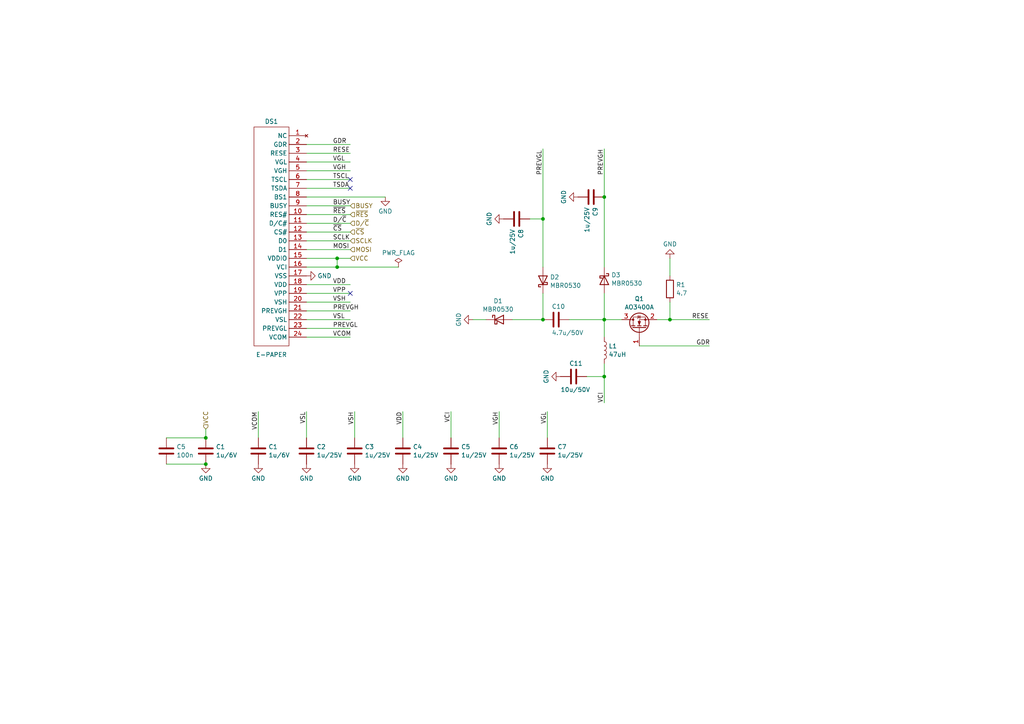
<source format=kicad_sch>
(kicad_sch (version 20230121) (generator eeschema)
  (paper "A4")
  (lib_symbols
    (symbol "Device:C" (pin_numbers hide) (pin_names (offset 0.254))
      (property "Reference" "C" (at 0.635 2.54 0))
      (property "Value" "C" (at 0.635 -2.54 0))
      (symbol "C_0_1"
        (polyline (pts (xy -2.032 -0.762) (xy 2.032 -0.762)) (stroke (width 0.508)))
        (polyline (pts (xy -2.032 0.762) (xy 2.032 0.762)) (stroke (width 0.508)))
      )
      (symbol "C_1_1"
        (pin passive line (at 0 3.81 270) (length 2.794) (name "~") (number "1"))
        (pin passive line (at 0 -3.81 90) (length 2.794) (name "~") (number "2"))
      )
    )
    (symbol "Device:L" (pin_numbers hide) (pin_names (offset 1.016) hide)
      (property "Reference" "L" (at -1.27 0 90))
      (property "Value" "L" (at 1.905 0 90))
      (symbol "L_0_1"
        (arc (start 0 -2.54) (mid 0.6323 -1.905) (end 0 -1.27))
        (arc (start 0 -1.27) (mid 0.6323 -0.635) (end 0 0))
        (arc (start 0 0) (mid 0.6323 0.635) (end 0 1.27))
        (arc (start 0 1.27) (mid 0.6323 1.905) (end 0 2.54))
      )
      (symbol "L_1_1"
        (pin passive line (at 0 3.81 270) (length 1.27) (name "1") (number "1"))
        (pin passive line (at 0 -3.81 90) (length 1.27) (name "2") (number "2"))
      )
    )
    (symbol "Device:R" (pin_numbers hide) (pin_names (offset 0))
      (property "Reference" "R" (at 2.032 0 90))
      (property "Value" "R" (at 0 0 90))
      (symbol "R_0_1"
        (rectangle (start -1.016 -2.54) (end 1.016 2.54) (stroke (width 0.254)))
      )
      (symbol "R_1_1"
        (pin passive line (at 0 3.81 270) (length 1.27) (name "~") (number "1"))
        (pin passive line (at 0 -3.81 90) (length 1.27) (name "~") (number "2"))
      )
    )
    (symbol "Diode:MBR0530" (pin_numbers hide) (pin_names (offset 1.016) hide)
      (property "Reference" "D" (at 0 2.54 0))
      (property "Value" "MBR0530" (at 0 -2.54 0))
      (symbol "MBR0530_0_1"
        (polyline (pts (xy 1.27 0) (xy -1.27 0)))
        (polyline (pts (xy 1.27 1.27) (xy 1.27 -1.27) (xy -1.27 0) (xy 1.27 1.27)) (stroke (width 0.254)))
        (polyline (pts (xy -1.905 0.635) (xy -1.905 1.27) (xy -1.27 1.27) (xy -1.27 -1.27) (xy -0.635 -1.27) (xy -0.635 -0.635)) (stroke (width 0.254)))
      )
      (symbol "MBR0530_1_1"
        (pin passive line (at -3.81 0 0) (length 2.54) (name "K") (number "1"))
        (pin passive line (at 3.81 0 180) (length 2.54) (name "A") (number "2"))
      )
    )
    (symbol "Transistor_FET:AO3400A" (pin_names hide)
      (property "Reference" "Q" (at 5.08 1.905 0))
      (property "Value" "AO3400A" (at 5.08 0 0))
      (symbol "AO3400A_0_1"
        (polyline (pts (xy 0.254 0) (xy -2.54 0)))
        (polyline (pts (xy 0.254 1.905) (xy 0.254 -1.905)) (stroke (width 0.254)))
        (polyline (pts (xy 0.762 -1.27) (xy 0.762 -2.286)) (stroke (width 0.254)))
        (polyline (pts (xy 0.762 0.508) (xy 0.762 -0.508)) (stroke (width 0.254)))
        (polyline (pts (xy 0.762 2.286) (xy 0.762 1.27)) (stroke (width 0.254)))
        (polyline (pts (xy 2.54 2.54) (xy 2.54 1.778)))
        (polyline (pts (xy 2.54 -2.54) (xy 2.54 0) (xy 0.762 0)))
        (polyline (pts (xy 0.762 -1.778) (xy 3.302 -1.778) (xy 3.302 1.778) (xy 0.762 1.778)))
        (polyline (pts (xy 1.016 0) (xy 2.032 0.381) (xy 2.032 -0.381) (xy 1.016 0)) (fill (type outline)))
        (polyline (pts (xy 2.794 0.508) (xy 2.921 0.381) (xy 3.683 0.381) (xy 3.81 0.254)))
        (polyline (pts (xy 3.302 0.381) (xy 2.921 -0.254) (xy 3.683 -0.254) (xy 3.302 0.381)))
        (circle (center 1.651 0) (radius 2.794) (stroke (width 0.254)))
        (circle (center 2.54 -1.778) (radius 0.254) (fill (type outline)))
        (circle (center 2.54 1.778) (radius 0.254) (fill (type outline)))
      )
      (symbol "AO3400A_1_1"
        (pin input line (at -5.08 0 0) (length 2.54) (name "G") (number "1"))
        (pin passive line (at 2.54 -5.08 90) (length 2.54) (name "S") (number "2"))
        (pin passive line (at 2.54 5.08 270) (length 2.54) (name "D") (number "3"))
      )
    )
    (symbol "local:THINGWELL-HINK-E029A01"
      (property "Reference" "DS" (at 0 0 0))
      (symbol "THINGWELL-HINK-E029A01_0_1"
        (rectangle (start -5.08 66.04) (end 5.08 2.54))
      )
      (symbol "THINGWELL-HINK-E029A01_1_0"
        (pin input line (at 10.16 40.64 180) (length 5.08) (name "RES#") (number "10"))
        (pin input line (at 10.16 38.1 180) (length 5.08) (name "D/C#") (number "11"))
        (pin input line (at 10.16 35.56 180) (length 5.08) (name "CS#") (number "12"))
        (pin bidirectional line (at 10.16 33.02 180) (length 5.08) (name "D0") (number "13"))
        (pin bidirectional line (at 10.16 30.48 180) (length 5.08) (name "D1") (number "14"))
        (pin power_in line (at 10.16 27.94 180) (length 5.08) (name "VDDIO") (number "15"))
        (pin power_in line (at 10.16 25.4 180) (length 5.08) (name "VCI") (number "16"))
        (pin power_in line (at 10.16 22.86 180) (length 5.08) (name "VSS") (number "17"))
        (pin input line (at 10.16 20.32 180) (length 5.08) (name "VDD") (number "18"))
        (pin power_in line (at 10.16 17.78 180) (length 5.08) (name "VPP") (number "19"))
        (pin passive line (at 10.16 15.24 180) (length 5.08) (name "VSH") (number "20"))
        (pin passive line (at 10.16 12.7 180) (length 5.08) (name "PREVGH") (number "21"))
        (pin passive line (at 10.16 10.16 180) (length 5.08) (name "VSL") (number "22"))
        (pin passive line (at 10.16 7.62 180) (length 5.08) (name "PREVGL") (number "23"))
        (pin passive line (at 10.16 5.08 180) (length 5.08) (name "VCOM") (number "24"))
        (pin input line (at 10.16 50.8 180) (length 5.08) (name "TSCL") (number "6"))
        (pin bidirectional line (at 10.16 48.26 180) (length 5.08) (name "TSDA") (number "7"))
        (pin input line (at 10.16 45.72 180) (length 5.08) (name "BS1") (number "8"))
        (pin output line (at 10.16 43.18 180) (length 5.08) (name "BUSY") (number "9"))
      )
      (symbol "THINGWELL-HINK-E029A01_1_1"
        (pin no_connect line (at 10.16 63.5 180) (length 5.08) (name "NC") (number "1"))
        (pin output line (at 10.16 60.96 180) (length 5.08) (name "GDR") (number "2"))
        (pin output line (at 10.16 58.42 180) (length 5.08) (name "RESE") (number "3"))
        (pin passive line (at 10.16 55.88 180) (length 5.08) (name "VGL") (number "4"))
        (pin passive line (at 10.16 53.34 180) (length 5.08) (name "VGH") (number "5"))
      )
    )
    (symbol "power:GND" (power) (pin_names (offset 0))
      (property "Value" "GND" (at 0 -3.81 0))
      (symbol "GND_0_1"
        (polyline (pts (xy 0 0) (xy 0 -1.27) (xy 1.27 -1.27) (xy 0 -2.54) (xy -1.27 -1.27) (xy 0 -1.27)))
      )
      (symbol "GND_1_1"
        (pin power_in line (at 0 0 270) (length 0) hide (name "GND") (number "1"))
      )
    )
    (symbol "power:PWR_FLAG" (power) (pin_numbers hide) (pin_names (offset 0) hide)
      (property "Value" "PWR_FLAG" (at 0 3.81 0))
      (symbol "PWR_FLAG_0_0"
        (pin power_out line (at 0 0 90) (length 0) (name "pwr") (number "1"))
      )
      (symbol "PWR_FLAG_0_1"
        (polyline (pts (xy 0 0) (xy 0 1.27) (xy -1.016 1.905) (xy 0 2.54) (xy 1.016 1.905) (xy 0 1.27)))
      )
    )
  )
  (junction (at 194.31 92.71))
  (junction (at 175.26 57.15))
  (junction (at 97.79 77.47))
  (junction (at 97.79 74.93))
  (junction (at 157.48 63.5))
  (junction (at 59.69 134.62))
  (junction (at 175.26 109.22))
  (junction (at 59.69 127))
  (junction (at 157.48 92.71))
  (junction (at 175.26 92.71))
  (no_connect (at 101.6 85.09))
  (no_connect (at 101.6 52.07))
  (no_connect (at 101.6 54.61))
  (wire (pts (xy 157.48 92.71) (xy 157.48 85.09)))
  (wire (pts (xy 97.79 74.93) (xy 97.79 77.47)))
  (wire (pts (xy 175.26 92.71) (xy 180.34 92.71)))
  (wire (pts (xy 190.5 92.71) (xy 194.31 92.71)))
  (wire (pts (xy 74.93 119.38) (xy 74.93 127)))
  (wire (pts (xy 130.81 119.38) (xy 130.81 127)))
  (wire (pts (xy 88.9 44.45) (xy 101.6 44.45)))
  (wire (pts (xy 88.9 69.85) (xy 101.6 69.85)))
  (wire (pts (xy 88.9 59.69) (xy 101.6 59.69)))
  (wire (pts (xy 165.1 92.71) (xy 175.26 92.71)))
  (wire (pts (xy 175.26 57.15) (xy 175.26 77.47)))
  (wire (pts (xy 194.31 92.71) (xy 205.74 92.71)))
  (wire (pts (xy 194.31 87.63) (xy 194.31 92.71)))
  (wire (pts (xy 88.9 67.31) (xy 101.6 67.31)))
  (wire (pts (xy 97.79 74.93) (xy 101.6 74.93)))
  (wire (pts (xy 194.31 74.93) (xy 194.31 80.01)))
  (wire (pts (xy 59.69 124.46) (xy 59.69 127)))
  (wire (pts (xy 185.42 100.33) (xy 205.74 100.33)))
  (wire (pts (xy 137.16 92.71) (xy 140.97 92.71)))
  (wire (pts (xy 148.59 92.71) (xy 157.48 92.71)))
  (wire (pts (xy 88.9 64.77) (xy 101.6 64.77)))
  (wire (pts (xy 116.84 119.38) (xy 116.84 127)))
  (wire (pts (xy 88.9 82.55) (xy 101.6 82.55)))
  (wire (pts (xy 153.67 63.5) (xy 157.48 63.5)))
  (wire (pts (xy 48.26 127) (xy 59.69 127)))
  (wire (pts (xy 88.9 97.79) (xy 101.6 97.79)))
  (wire (pts (xy 88.9 49.53) (xy 101.6 49.53)))
  (wire (pts (xy 88.9 72.39) (xy 101.6 72.39)))
  (wire (pts (xy 144.78 119.38) (xy 144.78 127)))
  (wire (pts (xy 48.26 134.62) (xy 59.69 134.62)))
  (wire (pts (xy 88.9 87.63) (xy 101.6 87.63)))
  (wire (pts (xy 88.9 52.07) (xy 101.6 52.07)))
  (wire (pts (xy 88.9 92.71) (xy 101.6 92.71)))
  (wire (pts (xy 88.9 54.61) (xy 101.6 54.61)))
  (wire (pts (xy 88.9 41.91) (xy 101.6 41.91)))
  (wire (pts (xy 88.9 95.25) (xy 101.6 95.25)))
  (wire (pts (xy 102.87 119.38) (xy 102.87 127)))
  (wire (pts (xy 97.79 77.47) (xy 115.57 77.47)))
  (wire (pts (xy 88.9 62.23) (xy 101.6 62.23)))
  (wire (pts (xy 88.9 119.38) (xy 88.9 127)))
  (wire (pts (xy 88.9 57.15) (xy 111.76 57.15)))
  (wire (pts (xy 88.9 85.09) (xy 101.6 85.09)))
  (wire (pts (xy 175.26 109.22) (xy 175.26 116.84)))
  (wire (pts (xy 158.75 119.38) (xy 158.75 127)))
  (wire (pts (xy 88.9 90.17) (xy 101.6 90.17)))
  (wire (pts (xy 88.9 74.93) (xy 97.79 74.93)))
  (wire (pts (xy 175.26 85.09) (xy 175.26 92.71)))
  (wire (pts (xy 157.48 43.18) (xy 157.48 63.5)))
  (wire (pts (xy 157.48 63.5) (xy 157.48 77.47)))
  (wire (pts (xy 175.26 43.18) (xy 175.26 57.15)))
  (wire (pts (xy 97.79 77.47) (xy 88.9 77.47)))
  (wire (pts (xy 175.26 105.41) (xy 175.26 109.22)))
  (wire (pts (xy 88.9 46.99) (xy 101.6 46.99)))
  (wire (pts (xy 175.26 92.71) (xy 175.26 97.79)))
  (wire (pts (xy 170.18 109.22) (xy 175.26 109.22)))
  (label "VCOM" (at 96.52 97.79 0))
  (label "~{CS}" (at 96.52 67.31 0))
  (label "VCI" (at 130.81 119.38 270))
  (label "VSH" (at 96.52 87.63 0))
  (label "VCI" (at 175.26 116.84 90))
  (label "VGH" (at 96.52 49.53 0))
  (label "PREVGL" (at 157.48 50.8 90))
  (label "RESE" (at 200.66 92.71 0))
  (label "VSL" (at 96.52 92.71 0))
  (label "TSDA" (at 96.52 54.61 0))
  (label "PREVGH" (at 96.52 90.17 0))
  (label "D{slash}~{C}" (at 96.52 64.77 0))
  (label "VSH" (at 102.87 119.38 270))
  (label "MOSI" (at 96.52 72.39 0))
  (label "VGL" (at 158.75 119.38 270))
  (label "GDR" (at 96.52 41.91 0))
  (label "PREVGL" (at 96.52 95.25 0))
  (label "RESE" (at 96.52 44.45 0))
  (label "VPP" (at 96.52 85.09 0))
  (label "PREVGH" (at 175.26 50.8 90))
  (label "VSL" (at 88.9 119.38 270))
  (label "TSCL" (at 96.52 52.07 0))
  (label "VCOM" (at 74.93 119.38 270))
  (label "VDD" (at 96.52 82.55 0))
  (label "VGL" (at 96.52 46.99 0))
  (label "VGH" (at 144.78 119.38 270))
  (label "BUSY" (at 96.52 59.69 0))
  (label "VDD" (at 116.84 119.38 270))
  (label "GDR" (at 201.93 100.33 0))
  (label "SCLK" (at 96.52 69.85 0))
  (label "~{RES}" (at 96.52 62.23 0))
  (hierarchical_label "~{CS}" (shape input) (at 101.6 67.31 0))
  (hierarchical_label "D{slash}~{C}" (shape input) (at 101.6 64.77 0))
  (hierarchical_label "VCC" (shape input) (at 101.6 74.93 0))
  (hierarchical_label "SCLK" (shape input) (at 101.6 69.85 0))
  (hierarchical_label "MOSI" (shape input) (at 101.6 72.39 0))
  (hierarchical_label "~{RES}" (shape input) (at 101.6 62.23 0))
  (hierarchical_label "VCC" (shape input) (at 59.69 124.46 90))
  (hierarchical_label "BUSY" (shape input) (at 101.6 59.69 0))
  (symbol (lib_id "Device:C") (at 48.26 130.81 0) (unit 1)
    (property "Reference" "C5" (at 51.181 129.5979 0) (effects (justify left)))
    (property "Value" "100n" (at 51.181 132.0221 0) (effects (justify left)))
    (property "Footprint" "Capacitor_SMD:C_0402_1005Metric" (effects hide))
    (instances (project "USB E-Ink thing" (path "" (reference "C5") (unit 1)) (path "" (reference "C25") (unit 1))))
  )
  (symbol (lib_id "Device:C") (at 161.29 92.71 270) (unit 1)
    (property "Reference" "C10" (at 160.02 88.9 90) (effects (justify left)))
    (property "Value" "4.7u/50V" (at 160.02 96.52 90) (effects (justify left)))
    (property "Footprint" "Capacitor_SMD:C_1206_3216Metric" (effects hide))
    (property "LCSC" "C29823" (effects hide))
    (instances (project "USB E-Ink thing" (path "" (reference "C10") (unit 1)) (path "" (reference "C21") (unit 1))))
  )
  (symbol (lib_id "power:GND") (at 102.87 134.62 0) (unit 1)
    (property "Reference" "#PWR04" (effects hide))
    (property "Value" "GND" (at 102.87 138.7531 0))
    (instances (project "USB E-Ink thing" (path "" (reference "#PWR04") (unit 1)) (path "" (reference "#PWR055") (unit 1))))
  )
  (symbol (lib_id "Diode:MBR0530") (at 157.48 81.28 90) (unit 1)
    (property "Reference" "D2" (at 159.512 80.3854 90) (effects (justify right)))
    (property "Value" "MBR0530" (at 159.512 82.8096 90) (effects (justify right)))
    (property "Footprint" "Diode_SMD:D_SOD-123" (effects hide))
    (property "Datasheet" "http://www.mccsemi.com/up_pdf/MBR0520~MBR0580(SOD123).pdf" (effects hide))
    (property "LCSC" "C475718" (effects hide))
    (instances (project "USB E-Ink thing" (path "" (reference "D2") (unit 1)) (path "" (reference "D11") (unit 1))))
  )
  (symbol (lib_id "Transistor_FET:AO3400A") (at 185.42 95.25 90) (unit 1)
    (property "Reference" "Q1" (at 185.42 86.6607 90))
    (property "Value" "AO3400A" (at 185.42 89.0849 90))
    (property "Footprint" "Package_TO_SOT_SMD:SOT-23" (effects hide))
    (property "Datasheet" "http://www.aosmd.com/pdfs/datasheet/AO3400A.pdf" (effects hide))
    (property "Sim.Device" "NMOS" (effects hide))
    (property "Sim.Type" "VDMOS" (effects hide))
    (property "Sim.Pins" "1=D 2=G 3=S" (effects hide))
    (property "LCSC" "C20917" (effects hide))
    (property "MFP" "AO3400A" (effects hide))
    (instances (project "USB E-Ink thing" (path "" (reference "Q1") (unit 1)) (path "" (reference "Q3") (unit 1))))
  )
  (symbol (lib_id "power:GND") (at 111.76 57.15 0) (unit 1)
    (property "Reference" "#PWR028" (effects hide))
    (property "Value" "GND" (at 111.76 61.2831 0))
    (instances (project "USB E-Ink thing" (path "" (reference "#PWR028") (unit 1)) (path "" (reference "#PWR056") (unit 1))))
  )
  (symbol (lib_id "Device:C") (at 102.87 130.81 0) (unit 1)
    (property "Reference" "C3" (at 105.791 129.5979 0) (effects (justify left)))
    (property "Value" "1u/25V" (at 105.791 132.0221 0) (effects (justify left)))
    (property "Footprint" "Capacitor_SMD:C_0402_1005Metric" (effects hide))
    (property "LCSC" "C52923" (effects hide))
    (instances (project "USB E-Ink thing" (path "" (reference "C3") (unit 1)) (path "" (reference "C15") (unit 1))))
  )
  (symbol (lib_id "Diode:MBR0530") (at 175.26 81.28 270) (unit 1)
    (property "Reference" "D3" (at 177.292 79.7504 90) (effects (justify left)))
    (property "Value" "MBR0530" (at 177.292 82.1746 90) (effects (justify left)))
    (property "Footprint" "Diode_SMD:D_SOD-123" (effects hide))
    (property "Datasheet" "http://www.mccsemi.com/up_pdf/MBR0520~MBR0580(SOD123).pdf" (effects hide))
    (property "LCSC" "C475718" (effects hide))
    (instances (project "USB E-Ink thing" (path "" (reference "D3") (unit 1)) (path "" (reference "D12") (unit 1))))
  )
  (symbol (lib_id "power:PWR_FLAG") (at 115.57 77.47 0) (unit 1)
    (property "Reference" "#FLG06" (effects hide))
    (property "Value" "PWR_FLAG" (at 115.57 73.3369 0))
  )
  (symbol (lib_id "Device:C") (at 166.37 109.22 270) (unit 1)
    (property "Reference" "C11" (at 165.1 105.41 90) (effects (justify left)))
    (property "Value" "10u/50V" (at 162.56 113.03 90) (effects (justify left)))
    (property "Footprint" "Capacitor_SMD:C_1206_3216Metric" (effects hide))
    (instances (project "USB E-Ink thing" (path "" (reference "C11") (unit 1)) (path "" (reference "C22") (unit 1))))
  )
  (symbol (lib_id "power:GND") (at 144.78 134.62 0) (unit 1)
    (property "Reference" "#PWR07" (effects hide))
    (property "Value" "GND" (at 144.78 138.7531 0))
    (instances (project "USB E-Ink thing" (path "" (reference "#PWR07") (unit 1)) (path "" (reference "#PWR060") (unit 1))))
  )
  (symbol (lib_id "Device:C") (at 144.78 130.81 0) (unit 1)
    (property "Reference" "C6" (at 147.701 129.5979 0) (effects (justify left)))
    (property "Value" "1u/25V" (at 147.701 132.0221 0) (effects (justify left)))
    (property "Footprint" "Capacitor_SMD:C_0402_1005Metric" (effects hide))
    (property "LCSC" "C52923" (effects hide))
    (instances (project "USB E-Ink thing" (path "" (reference "C6") (unit 1)) (path "" (reference "C18") (unit 1))))
  )
  (symbol (lib_id "Device:C") (at 149.86 63.5 270) (unit 1)
    (property "Reference" "C8" (at 151.0721 66.421 0) (effects (justify left)))
    (property "Value" "1u/25V" (at 148.6479 66.421 0) (effects (justify left)))
    (property "Footprint" "Capacitor_SMD:C_0402_1005Metric" (effects hide))
    (property "LCSC" "C52923" (effects hide))
    (instances (project "USB E-Ink thing" (path "" (reference "C8") (unit 1)) (path "" (reference "C19") (unit 1))))
  )
  (symbol (lib_id "power:GND") (at 116.84 134.62 0) (unit 1)
    (property "Reference" "#PWR05" (effects hide))
    (property "Value" "GND" (at 116.84 138.7531 0))
    (instances (project "USB E-Ink thing" (path "" (reference "#PWR05") (unit 1)) (path "" (reference "#PWR057") (unit 1))))
  )
  (symbol (lib_id "power:GND") (at 194.31 74.93 180) (unit 1)
    (property "Reference" "#PWR012" (effects hide))
    (property "Value" "GND" (at 194.31 70.7969 0))
    (instances (project "USB E-Ink thing" (path "" (reference "#PWR012") (unit 1)) (path "" (reference "#PWR065") (unit 1))))
  )
  (symbol (lib_id "Device:R") (at 194.31 83.82 0) (unit 1)
    (property "Reference" "R1" (at 196.088 82.6079 0) (effects (justify left)))
    (property "Value" "4.7" (at 196.088 85.0321 0) (effects (justify left)))
    (property "Footprint" "Resistor_SMD:R_0805_2012Metric" (effects hide))
    (property "LCSC" "C23164" (effects hide))
    (instances (project "USB E-Ink thing" (path "" (reference "R1") (unit 1)) (path "" (reference "R23") (unit 1))))
  )
  (symbol (lib_id "Device:C") (at 88.9 130.81 0) (unit 1)
    (property "Reference" "C2" (at 91.821 129.5979 0) (effects (justify left)))
    (property "Value" "1u/25V" (at 91.821 132.0221 0) (effects (justify left)))
    (property "Footprint" "Capacitor_SMD:C_0402_1005Metric" (effects hide))
    (property "LCSC" "C52923" (effects hide))
    (instances (project "USB E-Ink thing" (path "" (reference "C2") (unit 1)) (path "" (reference "C14") (unit 1))))
  )
  (symbol (lib_id "power:GND") (at 158.75 134.62 0) (unit 1)
    (property "Reference" "#PWR08" (effects hide))
    (property "Value" "GND" (at 158.75 138.7531 0))
    (instances (project "USB E-Ink thing" (path "" (reference "#PWR08") (unit 1)) (path "" (reference "#PWR062") (unit 1))))
  )
  (symbol (lib_id "Device:C") (at 116.84 130.81 0) (unit 1)
    (property "Reference" "C4" (at 119.761 129.5979 0) (effects (justify left)))
    (property "Value" "1u/25V" (at 119.761 132.0221 0) (effects (justify left)))
    (property "Footprint" "Capacitor_SMD:C_0402_1005Metric" (effects hide))
    (property "LCSC" "C52923" (effects hide))
    (instances (project "USB E-Ink thing" (path "" (reference "C4") (unit 1)) (path "" (reference "C16") (unit 1))))
  )
  (symbol (lib_id "power:GND") (at 167.64 57.15 270) (unit 1)
    (property "Reference" "#PWR010" (effects hide))
    (property "Value" "GND" (at 163.5069 57.15 0))
    (instances (project "USB E-Ink thing" (path "" (reference "#PWR010") (unit 1)) (path "" (reference "#PWR064") (unit 1))))
  )
  (symbol (lib_id "Diode:MBR0530") (at 144.78 92.71 0) (unit 1)
    (property "Reference" "D1" (at 144.4625 87.2957 0))
    (property "Value" "MBR0530" (at 144.4625 89.7199 0))
    (property "Footprint" "Diode_SMD:D_SOD-123" (effects hide))
    (property "Datasheet" "http://www.mccsemi.com/up_pdf/MBR0520~MBR0580(SOD123).pdf" (effects hide))
    (property "LCSC" "C475718" (effects hide))
    (instances (project "USB E-Ink thing" (path "" (reference "D1") (unit 1)) (path "" (reference "D10") (unit 1))))
  )
  (symbol (lib_id "power:GND") (at 59.69 134.62 0) (unit 1)
    (property "Reference" "#PWR02" (effects hide))
    (property "Value" "GND" (at 59.69 138.7531 0))
    (instances (project "USB E-Ink thing" (path "" (reference "#PWR02") (unit 1)) (path "" (reference "#PWR015") (unit 1))))
  )
  (symbol (lib_id "power:GND") (at 162.56 109.22 270) (unit 1)
    (property "Reference" "#PWR013" (effects hide))
    (property "Value" "GND" (at 158.4269 109.22 0))
    (instances (project "USB E-Ink thing" (path "" (reference "#PWR013") (unit 1)) (path "" (reference "#PWR063") (unit 1))))
  )
  (symbol (lib_id "Device:L") (at 175.26 101.6 0) (unit 1)
    (property "Reference" "L1" (at 176.5272 100.3879 0) (effects (justify left)))
    (property "Value" "47uH" (at 176.5272 102.8121 0) (effects (justify left)))
    (property "Footprint" "Inductor_SMD:L_0603_1608Metric" (effects hide))
    (property "LCSC" "C29683" (effects hide))
  )
  (symbol (lib_id "power:GND") (at 88.9 80.01 90) (unit 1)
    (property "Reference" "#PWR01" (effects hide))
    (property "Value" "GND" (at 92.075 80.01 90) (effects (justify right)))
    (instances (project "USB E-Ink thing" (path "" (reference "#PWR01") (unit 1)) (path "" (reference "#PWR053") (unit 1))))
  )
  (symbol (lib_id "power:GND") (at 137.16 92.71 270) (unit 1)
    (property "Reference" "#PWR011" (effects hide))
    (property "Value" "GND" (at 133.0269 92.71 0))
    (instances (project "USB E-Ink thing" (path "" (reference "#PWR011") (unit 1)) (path "" (reference "#PWR059") (unit 1))))
  )
  (symbol (lib_id "Device:C") (at 59.69 130.81 0) (unit 1)
    (property "Reference" "C1" (at 62.611 129.5979 0) (effects (justify left)))
    (property "Value" "1u/6V" (at 62.611 132.0221 0) (effects (justify left)))
    (property "Footprint" "Capacitor_SMD:C_0402_1005Metric" (effects hide))
    (property "LCSC" "C52923" (effects hide))
    (instances (project "USB E-Ink thing" (path "" (reference "C1") (unit 1)) (path "" (reference "C24") (unit 1))))
  )
  (symbol (lib_id "power:GND") (at 88.9 134.62 0) (unit 1)
    (property "Reference" "#PWR03" (effects hide))
    (property "Value" "GND" (at 88.9 138.7531 0))
    (instances (project "USB E-Ink thing" (path "" (reference "#PWR03") (unit 1)) (path "" (reference "#PWR054") (unit 1))))
  )
  (symbol (lib_id "Device:C") (at 171.45 57.15 270) (unit 1)
    (property "Reference" "C9" (at 172.6621 60.071 0) (effects (justify left)))
    (property "Value" "1u/25V" (at 170.2379 60.071 0) (effects (justify left)))
    (property "Footprint" "Capacitor_SMD:C_0402_1005Metric" (effects hide))
    (property "LCSC" "C52923" (effects hide))
    (instances (project "USB E-Ink thing" (path "" (reference "C9") (unit 1)) (path "" (reference "C23") (unit 1))))
  )
  (symbol (lib_id "local:THINGWELL-HINK-E029A01") (at 78.74 102.87 0) (unit 1)
    (property "Reference" "DS1" (at 78.74 35.2369 0))
    (property "Value" "E-PAPER" (at 78.74 102.87 0))
    (property "Footprint" "local:CONN_FPC_24_AFC24-S24FIA-00" (effects hide))
    (property "LCSC" "C262683" (effects hide))
  )
  (symbol (lib_id "Device:C") (at 130.81 130.81 0) (unit 1)
    (property "Reference" "C5" (at 133.731 129.5979 0) (effects (justify left)))
    (property "Value" "1u/25V" (at 133.731 132.0221 0) (effects (justify left)))
    (property "Footprint" "Capacitor_SMD:C_0402_1005Metric" (effects hide))
    (property "LCSC" "C52923" (effects hide))
    (instances (project "USB E-Ink thing" (path "" (reference "C5") (unit 1)) (path "" (reference "C17") (unit 1))))
  )
  (symbol (lib_id "power:GND") (at 146.05 63.5 270) (unit 1)
    (property "Reference" "#PWR09" (effects hide))
    (property "Value" "GND" (at 141.9169 63.5 0))
    (instances (project "USB E-Ink thing" (path "" (reference "#PWR09") (unit 1)) (path "" (reference "#PWR061") (unit 1))))
  )
  (symbol (lib_id "power:GND") (at 74.93 134.62 0) (unit 1)
    (property "Reference" "#PWR02" (effects hide))
    (property "Value" "GND" (at 74.93 138.7531 0))
    (instances (project "USB E-Ink thing" (path "" (reference "#PWR02") (unit 1)) (path "" (reference "#PWR052") (unit 1))))
  )
  (symbol (lib_id "Device:C") (at 158.75 130.81 0) (unit 1)
    (property "Reference" "C7" (at 161.671 129.5979 0) (effects (justify left)))
    (property "Value" "1u/25V" (at 161.671 132.0221 0) (effects (justify left)))
    (property "Footprint" "Capacitor_SMD:C_0402_1005Metric" (effects hide))
    (property "LCSC" "C52923" (effects hide))
    (instances (project "USB E-Ink thing" (path "" (reference "C7") (unit 1)) (path "" (reference "C20") (unit 1))))
  )
  (symbol (lib_id "Device:C") (at 74.93 130.81 0) (unit 1)
    (property "Reference" "C1" (at 77.851 129.5979 0) (effects (justify left)))
    (property "Value" "1u/6V" (at 77.851 132.0221 0) (effects (justify left)))
    (property "Footprint" "Capacitor_SMD:C_0402_1005Metric" (effects hide))
    (property "LCSC" "C52923" (effects hide))
    (instances (project "USB E-Ink thing" (path "" (reference "C1") (unit 1)) (path "" (reference "C13") (unit 1))))
  )
  (symbol (lib_id "power:GND") (at 130.81 134.62 0) (unit 1)
    (property "Reference" "#PWR06" (effects hide))
    (property "Value" "GND" (at 130.81 138.7531 0))
    (instances (project "USB E-Ink thing" (path "" (reference "#PWR06") (unit 1)) (path "" (reference "#PWR058") (unit 1))))
  )
)
</source>
